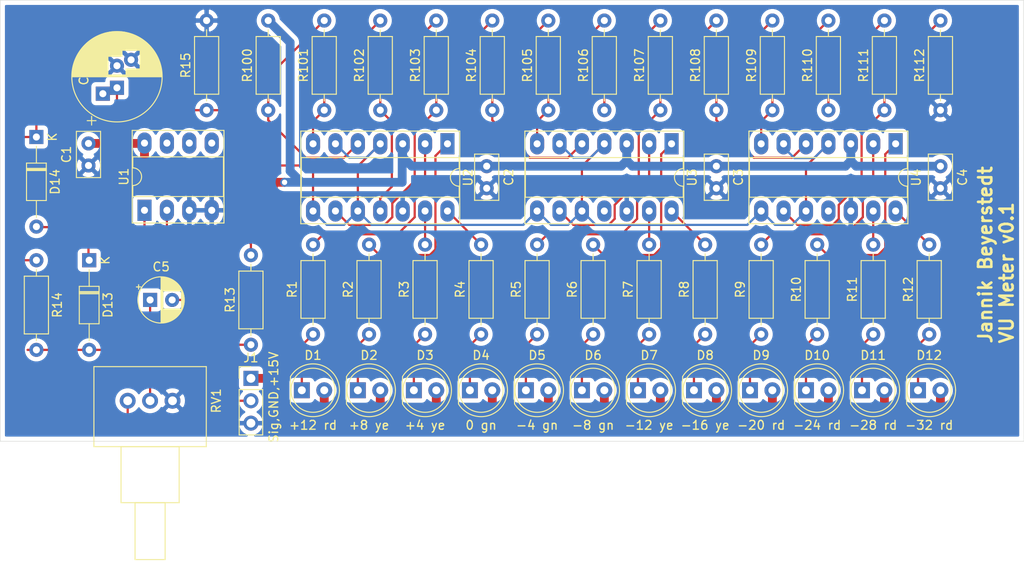
<source format=kicad_pcb>
(kicad_pcb (version 20171130) (host pcbnew "(5.1.7-0-10_14)")
  (title_block (title "VU Meter Module") (date 2020-11-12) (rev v0.1) (company "Jannik Beyerstedt") (comment 1 "Experimentation Prototype"))
  (layers (0 F.Cu signal) (31 B.Cu signal) (34 B.Paste user) (35 F.Paste user) (36 B.SilkS user) (37 F.SilkS user) (38 B.Mask user) (39 F.Mask user) (44 Edge.Cuts user))
  (net 0 "")
  (net 1 +15V)
  (net 2 "Net-(C5-Pad2)")
  (net 3 "Net-(C5-Pad1)")
  (net 4 "Net-(C6-Pad1)")
  (net 5 "Net-(D1-Pad1)")
  (net 6 "Net-(D2-Pad1)")
  (net 7 "Net-(D3-Pad1)")
  (net 8 "Net-(D4-Pad1)")
  (net 9 "Net-(D5-Pad1)")
  (net 10 "Net-(D6-Pad1)")
  (net 11 "Net-(D7-Pad1)")
  (net 12 "Net-(D8-Pad1)")
  (net 13 "Net-(D9-Pad1)")
  (net 14 "Net-(D10-Pad1)")
  (net 15 "Net-(D11-Pad1)")
  (net 16 "Net-(D12-Pad1)")
  (net 17 "Net-(D13-Pad2)")
  (net 18 "Net-(D13-Pad1)")
  (net 19 "Net-(R1-Pad2)")
  (net 20 "Net-(R2-Pad2)")
  (net 21 "Net-(R3-Pad2)")
  (net 22 "Net-(R4-Pad2)")
  (net 23 "Net-(R5-Pad2)")
  (net 24 "Net-(R6-Pad2)")
  (net 25 "Net-(R7-Pad2)")
  (net 26 "Net-(R8-Pad2)")
  (net 27 "Net-(R9-Pad2)")
  (net 28 "Net-(R10-Pad2)")
  (net 29 "Net-(R11-Pad2)")
  (net 30 "Net-(R12-Pad2)")
  (net 31 "Net-(R100-Pad1)")
  (net 32 "Net-(R101-Pad1)")
  (net 33 "Net-(R102-Pad1)")
  (net 34 "Net-(R103-Pad1)")
  (net 35 "Net-(R104-Pad1)")
  (net 36 "Net-(R105-Pad1)")
  (net 37 "Net-(R106-Pad1)")
  (net 38 "Net-(R107-Pad1)")
  (net 39 "Net-(R108-Pad1)")
  (net 40 "Net-(R109-Pad1)")
  (net 41 "Net-(R110-Pad1)")
  (net 42 "Net-(R111-Pad1)")
  (net 43 Line_Input)
  (net 44 GNDREF)
  (module Capacitor_THT:CP_Radial_D10.0mm_P2.50mm_P5.00mm (layer F.Cu) (at 43.235 29.925 90)
    (fp_text reference C6 (at 1.25 -3.75 90) (layer F.SilkS))
    (fp_text value 2.2uF)
    (pad 2 thru_hole circle (at 3.170937 1.6 90) (size 1.6 1.6) (drill 0.8) (layers *.Cu *.Mask) (net 44 GNDREF))
    (pad 1 thru_hole rect (at -0.670937 -1.6 90) (size 1.6 1.6) (drill 0.8) (layers *.Cu *.Mask) (net 4 "Net-(C6-Pad1)"))
    (pad 2 thru_hole circle (at 2.5 0 90) (size 1.6 1.6) (drill 0.8) (layers *.Cu *.Mask) (net 44 GNDREF))
    (pad 1 thru_hole rect (at 0 0 90) (size 1.6 1.6) (drill 0.8) (layers *.Cu *.Mask) (net 4 "Net-(C6-Pad1)"))
  )
  (module Capacitor_THT:CP_Radial_D5.0mm_P2.50mm (layer F.Cu) (at 46.99 53.975)
    (fp_text reference C5 (at 1.25 -3.75) (layer F.SilkS))
    (fp_text value 10uF)
    (pad 2 thru_hole circle (at 2.5 0) (size 1.6 1.6) (drill 0.8) (layers *.Cu *.Mask) (net 2 "Net-(C5-Pad2)"))
    (pad 1 thru_hole rect (at 0 0) (size 1.6 1.6) (drill 0.8) (layers *.Cu *.Mask) (net 3 "Net-(C5-Pad1)"))
  )
  (module Package_DIP:DIP-14_W7.62mm_Socket_LongPads (layer F.Cu) (at 131.5 36.275 270)
    (fp_text reference U4 (at 3.81 -2.33 90) (layer F.SilkS))
    (fp_text value LM339)
    (pad 14 thru_hole oval (at 7.62 0 270) (size 2.4 1.6) (drill 0.8) (layers *.Cu *.Mask) (net 30 "Net-(R12-Pad2)"))
    (pad 7 thru_hole oval (at 0 15.24 270) (size 2.4 1.6) (drill 0.8) (layers *.Cu *.Mask) (net 40 "Net-(R109-Pad1)"))
    (pad 13 thru_hole oval (at 7.62 2.54 270) (size 2.4 1.6) (drill 0.8) (layers *.Cu *.Mask) (net 29 "Net-(R11-Pad2)"))
    (pad 6 thru_hole oval (at 0 12.7 270) (size 2.4 1.6) (drill 0.8) (layers *.Cu *.Mask) (net 4 "Net-(C6-Pad1)"))
    (pad 12 thru_hole oval (at 7.62 5.08 270) (size 2.4 1.6) (drill 0.8) (layers *.Cu *.Mask) (net 44 GNDREF))
    (pad 5 thru_hole oval (at 0 10.16 270) (size 2.4 1.6) (drill 0.8) (layers *.Cu *.Mask) (net 39 "Net-(R108-Pad1)"))
    (pad 11 thru_hole oval (at 7.62 7.62 270) (size 2.4 1.6) (drill 0.8) (layers *.Cu *.Mask) (net 41 "Net-(R110-Pad1)"))
    (pad 4 thru_hole oval (at 0 7.62 270) (size 2.4 1.6) (drill 0.8) (layers *.Cu *.Mask) (net 4 "Net-(C6-Pad1)"))
    (pad 10 thru_hole oval (at 7.62 10.16 270) (size 2.4 1.6) (drill 0.8) (layers *.Cu *.Mask) (net 4 "Net-(C6-Pad1)"))
    (pad 3 thru_hole oval (at 0 5.08 270) (size 2.4 1.6) (drill 0.8) (layers *.Cu *.Mask) (net 1 +15V))
    (pad 9 thru_hole oval (at 7.62 12.7 270) (size 2.4 1.6) (drill 0.8) (layers *.Cu *.Mask) (net 42 "Net-(R111-Pad1)"))
    (pad 2 thru_hole oval (at 0 2.54 270) (size 2.4 1.6) (drill 0.8) (layers *.Cu *.Mask) (net 27 "Net-(R9-Pad2)"))
    (pad 8 thru_hole oval (at 7.62 15.24 270) (size 2.4 1.6) (drill 0.8) (layers *.Cu *.Mask) (net 4 "Net-(C6-Pad1)"))
    (pad 1 thru_hole rect (at 0 0 270) (size 2.4 1.6) (drill 0.8) (layers *.Cu *.Mask) (net 28 "Net-(R10-Pad2)"))
  )
  (module Package_DIP:DIP-14_W7.62mm_Socket_LongPads (layer F.Cu) (at 106.1 36.275 270)
    (fp_text reference U3 (at 3.81 -2.33 90) (layer F.SilkS))
    (fp_text value LM339)
    (pad 14 thru_hole oval (at 7.62 0 270) (size 2.4 1.6) (drill 0.8) (layers *.Cu *.Mask) (net 26 "Net-(R8-Pad2)"))
    (pad 7 thru_hole oval (at 0 15.24 270) (size 2.4 1.6) (drill 0.8) (layers *.Cu *.Mask) (net 36 "Net-(R105-Pad1)"))
    (pad 13 thru_hole oval (at 7.62 2.54 270) (size 2.4 1.6) (drill 0.8) (layers *.Cu *.Mask) (net 25 "Net-(R7-Pad2)"))
    (pad 6 thru_hole oval (at 0 12.7 270) (size 2.4 1.6) (drill 0.8) (layers *.Cu *.Mask) (net 4 "Net-(C6-Pad1)"))
    (pad 12 thru_hole oval (at 7.62 5.08 270) (size 2.4 1.6) (drill 0.8) (layers *.Cu *.Mask) (net 44 GNDREF))
    (pad 5 thru_hole oval (at 0 10.16 270) (size 2.4 1.6) (drill 0.8) (layers *.Cu *.Mask) (net 35 "Net-(R104-Pad1)"))
    (pad 11 thru_hole oval (at 7.62 7.62 270) (size 2.4 1.6) (drill 0.8) (layers *.Cu *.Mask) (net 37 "Net-(R106-Pad1)"))
    (pad 4 thru_hole oval (at 0 7.62 270) (size 2.4 1.6) (drill 0.8) (layers *.Cu *.Mask) (net 4 "Net-(C6-Pad1)"))
    (pad 10 thru_hole oval (at 7.62 10.16 270) (size 2.4 1.6) (drill 0.8) (layers *.Cu *.Mask) (net 4 "Net-(C6-Pad1)"))
    (pad 3 thru_hole oval (at 0 5.08 270) (size 2.4 1.6) (drill 0.8) (layers *.Cu *.Mask) (net 1 +15V))
    (pad 9 thru_hole oval (at 7.62 12.7 270) (size 2.4 1.6) (drill 0.8) (layers *.Cu *.Mask) (net 38 "Net-(R107-Pad1)"))
    (pad 2 thru_hole oval (at 0 2.54 270) (size 2.4 1.6) (drill 0.8) (layers *.Cu *.Mask) (net 23 "Net-(R5-Pad2)"))
    (pad 8 thru_hole oval (at 7.62 15.24 270) (size 2.4 1.6) (drill 0.8) (layers *.Cu *.Mask) (net 4 "Net-(C6-Pad1)"))
    (pad 1 thru_hole rect (at 0 0 270) (size 2.4 1.6) (drill 0.8) (layers *.Cu *.Mask) (net 24 "Net-(R6-Pad2)"))
  )
  (module Connector_PinHeader_2.54mm:PinHeader_1x03_P2.54mm_Vertical (layer F.Cu) (at 58.42 62.865)
    (fp_text reference J1 (at 0 -2.33) (layer F.SilkS))
    (fp_text value Pwr_Signal)
    (pad 3 thru_hole oval (at 0 5.08) (size 1.7 1.7) (drill 1) (layers *.Cu *.Mask) (net 44 GNDREF))
    (pad 2 thru_hole oval (at 0 2.54) (size 1.7 1.7) (drill 1) (layers *.Cu *.Mask) (net 43 Line_Input))
    (pad 1 thru_hole rect (at 0 0) (size 1.7 1.7) (drill 1) (layers *.Cu *.Mask) (net 1 +15V))
  )
  (module Package_DIP:DIP-14_W7.62mm_Socket_LongPads (layer F.Cu) (at 80.7 36.275 270)
    (fp_text reference U2 (at 3.81 -2.33 90) (layer F.SilkS))
    (fp_text value LM339)
    (pad 14 thru_hole oval (at 7.62 0 270) (size 2.4 1.6) (drill 0.8) (layers *.Cu *.Mask) (net 22 "Net-(R4-Pad2)"))
    (pad 7 thru_hole oval (at 0 15.24 270) (size 2.4 1.6) (drill 0.8) (layers *.Cu *.Mask) (net 32 "Net-(R101-Pad1)"))
    (pad 13 thru_hole oval (at 7.62 2.54 270) (size 2.4 1.6) (drill 0.8) (layers *.Cu *.Mask) (net 21 "Net-(R3-Pad2)"))
    (pad 6 thru_hole oval (at 0 12.7 270) (size 2.4 1.6) (drill 0.8) (layers *.Cu *.Mask) (net 4 "Net-(C6-Pad1)"))
    (pad 12 thru_hole oval (at 7.62 5.08 270) (size 2.4 1.6) (drill 0.8) (layers *.Cu *.Mask) (net 44 GNDREF))
    (pad 5 thru_hole oval (at 0 10.16 270) (size 2.4 1.6) (drill 0.8) (layers *.Cu *.Mask) (net 31 "Net-(R100-Pad1)"))
    (pad 11 thru_hole oval (at 7.62 7.62 270) (size 2.4 1.6) (drill 0.8) (layers *.Cu *.Mask) (net 33 "Net-(R102-Pad1)"))
    (pad 4 thru_hole oval (at 0 7.62 270) (size 2.4 1.6) (drill 0.8) (layers *.Cu *.Mask) (net 4 "Net-(C6-Pad1)"))
    (pad 10 thru_hole oval (at 7.62 10.16 270) (size 2.4 1.6) (drill 0.8) (layers *.Cu *.Mask) (net 4 "Net-(C6-Pad1)"))
    (pad 3 thru_hole oval (at 0 5.08 270) (size 2.4 1.6) (drill 0.8) (layers *.Cu *.Mask) (net 1 +15V))
    (pad 9 thru_hole oval (at 7.62 12.7 270) (size 2.4 1.6) (drill 0.8) (layers *.Cu *.Mask) (net 34 "Net-(R103-Pad1)"))
    (pad 2 thru_hole oval (at 0 2.54 270) (size 2.4 1.6) (drill 0.8) (layers *.Cu *.Mask) (net 19 "Net-(R1-Pad2)"))
    (pad 8 thru_hole oval (at 7.62 15.24 270) (size 2.4 1.6) (drill 0.8) (layers *.Cu *.Mask) (net 4 "Net-(C6-Pad1)"))
    (pad 1 thru_hole rect (at 0 0 270) (size 2.4 1.6) (drill 0.8) (layers *.Cu *.Mask) (net 20 "Net-(R2-Pad2)"))
  )
  (module Package_DIP:DIP-8_W7.62mm_Socket_LongPads (layer F.Cu) (at 46.355 43.815 90)
    (fp_text reference U1 (at 3.81 -2.33 90) (layer F.SilkS))
    (fp_text value LM833N)
    (pad 8 thru_hole oval (at 7.62 0 90) (size 2.4 1.6) (drill 0.8) (layers *.Cu *.Mask) (net 1 +15V))
    (pad 4 thru_hole oval (at 0 7.62 90) (size 2.4 1.6) (drill 0.8) (layers *.Cu *.Mask) (net 44 GNDREF))
    (pad 7 thru_hole oval (at 7.62 2.54 90) (size 2.4 1.6) (drill 0.8) (layers *.Cu *.Mask))
    (pad 3 thru_hole oval (at 0 5.08 90) (size 2.4 1.6) (drill 0.8) (layers *.Cu *.Mask) (net 44 GNDREF))
    (pad 6 thru_hole oval (at 7.62 5.08 90) (size 2.4 1.6) (drill 0.8) (layers *.Cu *.Mask))
    (pad 2 thru_hole oval (at 0 2.54 90) (size 2.4 1.6) (drill 0.8) (layers *.Cu *.Mask) (net 17 "Net-(D13-Pad2)"))
    (pad 5 thru_hole oval (at 7.62 7.62 90) (size 2.4 1.6) (drill 0.8) (layers *.Cu *.Mask))
    (pad 1 thru_hole rect (at 0 0 90) (size 2.4 1.6) (drill 0.8) (layers *.Cu *.Mask) (net 18 "Net-(D13-Pad1)"))
  )
  (module Potentiometer_THT:Potentiometer_Vishay_148-149_Single_Horizontal (layer F.Cu) (at 44.45 65.405 270)
    (fp_text reference RV1 (at 0 -10.04 90) (layer F.SilkS))
    (fp_text value 50K)
    (pad 1 thru_hole circle (at 0 0 270) (size 1.8 1.8) (drill 1) (layers *.Cu *.Mask) (net 43 Line_Input))
    (pad 2 thru_hole circle (at 0 -2.54 270) (size 1.8 1.8) (drill 1) (layers *.Cu *.Mask) (net 3 "Net-(C5-Pad1)"))
    (pad 3 thru_hole circle (at 0 -5.08 270) (size 1.8 1.8) (drill 1) (layers *.Cu *.Mask) (net 44 GNDREF))
  )
  (module Resistor_THT:R_Axial_DIN0207_L6.3mm_D2.5mm_P10.16mm_Horizontal (layer F.Cu) (at 136.58 32.465 90)
    (fp_text reference R112 (at 5.08 -2.37 90) (layer F.SilkS))
    (fp_text value 68R)
    (pad 2 thru_hole oval (at 10.16 0 90) (size 1.6 1.6) (drill 0.8) (layers *.Cu *.Mask) (net 42 "Net-(R111-Pad1)"))
    (pad 1 thru_hole circle (at 0 0 90) (size 1.6 1.6) (drill 0.8) (layers *.Cu *.Mask) (net 44 GNDREF))
  )
  (module Resistor_THT:R_Axial_DIN0207_L6.3mm_D2.5mm_P10.16mm_Horizontal (layer F.Cu) (at 130.23 32.465 90)
    (fp_text reference R111 (at 5.08 -2.37 90) (layer F.SilkS))
    (fp_text value 39R)
    (pad 2 thru_hole oval (at 10.16 0 90) (size 1.6 1.6) (drill 0.8) (layers *.Cu *.Mask) (net 41 "Net-(R110-Pad1)"))
    (pad 1 thru_hole circle (at 0 0 90) (size 1.6 1.6) (drill 0.8) (layers *.Cu *.Mask) (net 42 "Net-(R111-Pad1)"))
  )
  (module Resistor_THT:R_Axial_DIN0207_L6.3mm_D2.5mm_P10.16mm_Horizontal (layer F.Cu) (at 123.88 32.465 90)
    (fp_text reference R110 (at 5.08 -2.37 90) (layer F.SilkS))
    (fp_text value 68R)
    (pad 2 thru_hole oval (at 10.16 0 90) (size 1.6 1.6) (drill 0.8) (layers *.Cu *.Mask) (net 40 "Net-(R109-Pad1)"))
    (pad 1 thru_hole circle (at 0 0 90) (size 1.6 1.6) (drill 0.8) (layers *.Cu *.Mask) (net 41 "Net-(R110-Pad1)"))
  )
  (module Resistor_THT:R_Axial_DIN0207_L6.3mm_D2.5mm_P10.16mm_Horizontal (layer F.Cu) (at 117.53 32.465 90)
    (fp_text reference R109 (at 5.08 -2.37 90) (layer F.SilkS))
    (fp_text value 100R)
    (pad 2 thru_hole oval (at 10.16 0 90) (size 1.6 1.6) (drill 0.8) (layers *.Cu *.Mask) (net 39 "Net-(R108-Pad1)"))
    (pad 1 thru_hole circle (at 0 0 90) (size 1.6 1.6) (drill 0.8) (layers *.Cu *.Mask) (net 40 "Net-(R109-Pad1)"))
  )
  (module Resistor_THT:R_Axial_DIN0207_L6.3mm_D2.5mm_P10.16mm_Horizontal (layer F.Cu) (at 111.18 32.465 90)
    (fp_text reference R108 (at 5.08 -2.37 90) (layer F.SilkS))
    (fp_text value 150R)
    (pad 2 thru_hole oval (at 10.16 0 90) (size 1.6 1.6) (drill 0.8) (layers *.Cu *.Mask) (net 38 "Net-(R107-Pad1)"))
    (pad 1 thru_hole circle (at 0 0 90) (size 1.6 1.6) (drill 0.8) (layers *.Cu *.Mask) (net 39 "Net-(R108-Pad1)"))
  )
  (module Resistor_THT:R_Axial_DIN0207_L6.3mm_D2.5mm_P10.16mm_Horizontal (layer F.Cu) (at 104.83 32.465 90)
    (fp_text reference R107 (at 5.08 -2.37 90) (layer F.SilkS))
    (fp_text value 270R)
    (pad 2 thru_hole oval (at 10.16 0 90) (size 1.6 1.6) (drill 0.8) (layers *.Cu *.Mask) (net 37 "Net-(R106-Pad1)"))
    (pad 1 thru_hole circle (at 0 0 90) (size 1.6 1.6) (drill 0.8) (layers *.Cu *.Mask) (net 38 "Net-(R107-Pad1)"))
  )
  (module Resistor_THT:R_Axial_DIN0207_L6.3mm_D2.5mm_P10.16mm_Horizontal (layer F.Cu) (at 98.48 32.465 90)
    (fp_text reference R106 (at 5.08 -2.37 90) (layer F.SilkS))
    (fp_text value 390R)
    (pad 2 thru_hole oval (at 10.16 0 90) (size 1.6 1.6) (drill 0.8) (layers *.Cu *.Mask) (net 36 "Net-(R105-Pad1)"))
    (pad 1 thru_hole circle (at 0 0 90) (size 1.6 1.6) (drill 0.8) (layers *.Cu *.Mask) (net 37 "Net-(R106-Pad1)"))
  )
  (module Resistor_THT:R_Axial_DIN0207_L6.3mm_D2.5mm_P10.16mm_Horizontal (layer F.Cu) (at 92.13 32.465 90)
    (fp_text reference R105 (at 5.08 -2.37 90) (layer F.SilkS))
    (fp_text value 680R)
    (pad 2 thru_hole oval (at 10.16 0 90) (size 1.6 1.6) (drill 0.8) (layers *.Cu *.Mask) (net 35 "Net-(R104-Pad1)"))
    (pad 1 thru_hole circle (at 0 0 90) (size 1.6 1.6) (drill 0.8) (layers *.Cu *.Mask) (net 36 "Net-(R105-Pad1)"))
  )
  (module Resistor_THT:R_Axial_DIN0207_L6.3mm_D2.5mm_P10.16mm_Horizontal (layer F.Cu) (at 85.78 32.465 90)
    (fp_text reference R104 (at 5.08 -2.37 90) (layer F.SilkS))
    (fp_text value 1K)
    (pad 2 thru_hole oval (at 10.16 0 90) (size 1.6 1.6) (drill 0.8) (layers *.Cu *.Mask) (net 34 "Net-(R103-Pad1)"))
    (pad 1 thru_hole circle (at 0 0 90) (size 1.6 1.6) (drill 0.8) (layers *.Cu *.Mask) (net 35 "Net-(R104-Pad1)"))
  )
  (module Resistor_THT:R_Axial_DIN0207_L6.3mm_D2.5mm_P10.16mm_Horizontal (layer F.Cu) (at 79.43 32.465 90)
    (fp_text reference R103 (at 5.08 -2.37 90) (layer F.SilkS))
    (fp_text value 1.5K)
    (pad 2 thru_hole oval (at 10.16 0 90) (size 1.6 1.6) (drill 0.8) (layers *.Cu *.Mask) (net 33 "Net-(R102-Pad1)"))
    (pad 1 thru_hole circle (at 0 0 90) (size 1.6 1.6) (drill 0.8) (layers *.Cu *.Mask) (net 34 "Net-(R103-Pad1)"))
  )
  (module Resistor_THT:R_Axial_DIN0207_L6.3mm_D2.5mm_P10.16mm_Horizontal (layer F.Cu) (at 73.08 32.465 90)
    (fp_text reference R102 (at 5.08 -2.37 90) (layer F.SilkS))
    (fp_text value 2.7K)
    (pad 2 thru_hole oval (at 10.16 0 90) (size 1.6 1.6) (drill 0.8) (layers *.Cu *.Mask) (net 32 "Net-(R101-Pad1)"))
    (pad 1 thru_hole circle (at 0 0 90) (size 1.6 1.6) (drill 0.8) (layers *.Cu *.Mask) (net 33 "Net-(R102-Pad1)"))
  )
  (module Resistor_THT:R_Axial_DIN0207_L6.3mm_D2.5mm_P10.16mm_Horizontal (layer F.Cu) (at 66.73 32.465 90)
    (fp_text reference R101 (at 5.08 -2.37 90) (layer F.SilkS))
    (fp_text value 3.9K)
    (pad 2 thru_hole oval (at 10.16 0 90) (size 1.6 1.6) (drill 0.8) (layers *.Cu *.Mask) (net 31 "Net-(R100-Pad1)"))
    (pad 1 thru_hole circle (at 0 0 90) (size 1.6 1.6) (drill 0.8) (layers *.Cu *.Mask) (net 32 "Net-(R101-Pad1)"))
  )
  (module Resistor_THT:R_Axial_DIN0207_L6.3mm_D2.5mm_P10.16mm_Horizontal (layer F.Cu) (at 60.38 32.465 90)
    (fp_text reference R100 (at 5.08 -2.37 90) (layer F.SilkS))
    (fp_text value 2.7K)
    (pad 2 thru_hole oval (at 10.16 0 90) (size 1.6 1.6) (drill 0.8) (layers *.Cu *.Mask) (net 1 +15V))
    (pad 1 thru_hole circle (at 0 0 90) (size 1.6 1.6) (drill 0.8) (layers *.Cu *.Mask) (net 31 "Net-(R100-Pad1)"))
  )
  (module Resistor_THT:R_Axial_DIN0207_L6.3mm_D2.5mm_P10.16mm_Horizontal (layer F.Cu) (at 53.395 32.465 90)
    (fp_text reference R15 (at 5.08 -2.37 90) (layer F.SilkS))
    (fp_text value 10K)
    (pad 2 thru_hole oval (at 10.16 0 90) (size 1.6 1.6) (drill 0.8) (layers *.Cu *.Mask) (net 44 GNDREF))
    (pad 1 thru_hole circle (at 0 0 90) (size 1.6 1.6) (drill 0.8) (layers *.Cu *.Mask) (net 4 "Net-(C6-Pad1)"))
  )
  (module Resistor_THT:R_Axial_DIN0207_L6.3mm_D2.5mm_P10.16mm_Horizontal (layer F.Cu) (at 34.1 49.475 270)
    (fp_text reference R14 (at 5.08 -2.37 90) (layer F.SilkS))
    (fp_text value 3.9K)
    (pad 2 thru_hole oval (at 10.16 0 270) (size 1.6 1.6) (drill 0.8) (layers *.Cu *.Mask) (net 17 "Net-(D13-Pad2)"))
    (pad 1 thru_hole circle (at 0 0 270) (size 1.6 1.6) (drill 0.8) (layers *.Cu *.Mask) (net 4 "Net-(C6-Pad1)"))
  )
  (module Resistor_THT:R_Axial_DIN0207_L6.3mm_D2.5mm_P10.16mm_Horizontal (layer F.Cu) (at 58.42 59.055 90)
    (fp_text reference R13 (at 5.08 -2.37 90) (layer F.SilkS))
    (fp_text value 1K)
    (pad 2 thru_hole oval (at 10.16 0 90) (size 1.6 1.6) (drill 0.8) (layers *.Cu *.Mask) (net 17 "Net-(D13-Pad2)"))
    (pad 1 thru_hole circle (at 0 0 90) (size 1.6 1.6) (drill 0.8) (layers *.Cu *.Mask) (net 2 "Net-(C5-Pad2)"))
  )
  (module Resistor_THT:R_Axial_DIN0207_L6.3mm_D2.5mm_P10.16mm_Horizontal (layer F.Cu) (at 135.31 57.865 90)
    (fp_text reference R12 (at 5.08 -2.37 90) (layer F.SilkS))
    (fp_text value R)
    (pad 2 thru_hole oval (at 10.16 0 90) (size 1.6 1.6) (drill 0.8) (layers *.Cu *.Mask) (net 30 "Net-(R12-Pad2)"))
    (pad 1 thru_hole circle (at 0 0 90) (size 1.6 1.6) (drill 0.8) (layers *.Cu *.Mask) (net 16 "Net-(D12-Pad1)"))
  )
  (module Resistor_THT:R_Axial_DIN0207_L6.3mm_D2.5mm_P10.16mm_Horizontal (layer F.Cu) (at 128.96 57.865 90)
    (fp_text reference R11 (at 5.08 -2.37 90) (layer F.SilkS))
    (fp_text value R)
    (pad 2 thru_hole oval (at 10.16 0 90) (size 1.6 1.6) (drill 0.8) (layers *.Cu *.Mask) (net 29 "Net-(R11-Pad2)"))
    (pad 1 thru_hole circle (at 0 0 90) (size 1.6 1.6) (drill 0.8) (layers *.Cu *.Mask) (net 15 "Net-(D11-Pad1)"))
  )
  (module Resistor_THT:R_Axial_DIN0207_L6.3mm_D2.5mm_P10.16mm_Horizontal (layer F.Cu) (at 122.61 57.865 90)
    (fp_text reference R10 (at 5.08 -2.37 90) (layer F.SilkS))
    (fp_text value R)
    (pad 2 thru_hole oval (at 10.16 0 90) (size 1.6 1.6) (drill 0.8) (layers *.Cu *.Mask) (net 28 "Net-(R10-Pad2)"))
    (pad 1 thru_hole circle (at 0 0 90) (size 1.6 1.6) (drill 0.8) (layers *.Cu *.Mask) (net 14 "Net-(D10-Pad1)"))
  )
  (module Resistor_THT:R_Axial_DIN0207_L6.3mm_D2.5mm_P10.16mm_Horizontal (layer F.Cu) (at 116.26 57.865 90)
    (fp_text reference R9 (at 5.08 -2.37 90) (layer F.SilkS))
    (fp_text value R)
    (pad 2 thru_hole oval (at 10.16 0 90) (size 1.6 1.6) (drill 0.8) (layers *.Cu *.Mask) (net 27 "Net-(R9-Pad2)"))
    (pad 1 thru_hole circle (at 0 0 90) (size 1.6 1.6) (drill 0.8) (layers *.Cu *.Mask) (net 13 "Net-(D9-Pad1)"))
  )
  (module Resistor_THT:R_Axial_DIN0207_L6.3mm_D2.5mm_P10.16mm_Horizontal (layer F.Cu) (at 109.91 57.865 90)
    (fp_text reference R8 (at 5.08 -2.37 90) (layer F.SilkS))
    (fp_text value R)
    (pad 2 thru_hole oval (at 10.16 0 90) (size 1.6 1.6) (drill 0.8) (layers *.Cu *.Mask) (net 26 "Net-(R8-Pad2)"))
    (pad 1 thru_hole circle (at 0 0 90) (size 1.6 1.6) (drill 0.8) (layers *.Cu *.Mask) (net 12 "Net-(D8-Pad1)"))
  )
  (module Resistor_THT:R_Axial_DIN0207_L6.3mm_D2.5mm_P10.16mm_Horizontal (layer F.Cu) (at 103.56 57.865 90)
    (fp_text reference R7 (at 5.08 -2.37 90) (layer F.SilkS))
    (fp_text value R)
    (pad 2 thru_hole oval (at 10.16 0 90) (size 1.6 1.6) (drill 0.8) (layers *.Cu *.Mask) (net 25 "Net-(R7-Pad2)"))
    (pad 1 thru_hole circle (at 0 0 90) (size 1.6 1.6) (drill 0.8) (layers *.Cu *.Mask) (net 11 "Net-(D7-Pad1)"))
  )
  (module Resistor_THT:R_Axial_DIN0207_L6.3mm_D2.5mm_P10.16mm_Horizontal (layer F.Cu) (at 97.21 57.865 90)
    (fp_text reference R6 (at 5.08 -2.37 90) (layer F.SilkS))
    (fp_text value R)
    (pad 2 thru_hole oval (at 10.16 0 90) (size 1.6 1.6) (drill 0.8) (layers *.Cu *.Mask) (net 24 "Net-(R6-Pad2)"))
    (pad 1 thru_hole circle (at 0 0 90) (size 1.6 1.6) (drill 0.8) (layers *.Cu *.Mask) (net 10 "Net-(D6-Pad1)"))
  )
  (module Resistor_THT:R_Axial_DIN0207_L6.3mm_D2.5mm_P10.16mm_Horizontal (layer F.Cu) (at 90.86 57.865 90)
    (fp_text reference R5 (at 5.08 -2.37 90) (layer F.SilkS))
    (fp_text value R)
    (pad 2 thru_hole oval (at 10.16 0 90) (size 1.6 1.6) (drill 0.8) (layers *.Cu *.Mask) (net 23 "Net-(R5-Pad2)"))
    (pad 1 thru_hole circle (at 0 0 90) (size 1.6 1.6) (drill 0.8) (layers *.Cu *.Mask) (net 9 "Net-(D5-Pad1)"))
  )
  (module Resistor_THT:R_Axial_DIN0207_L6.3mm_D2.5mm_P10.16mm_Horizontal (layer F.Cu) (at 84.51 57.865 90)
    (fp_text reference R4 (at 5.08 -2.37 90) (layer F.SilkS))
    (fp_text value R)
    (pad 2 thru_hole oval (at 10.16 0 90) (size 1.6 1.6) (drill 0.8) (layers *.Cu *.Mask) (net 22 "Net-(R4-Pad2)"))
    (pad 1 thru_hole circle (at 0 0 90) (size 1.6 1.6) (drill 0.8) (layers *.Cu *.Mask) (net 8 "Net-(D4-Pad1)"))
  )
  (module Resistor_THT:R_Axial_DIN0207_L6.3mm_D2.5mm_P10.16mm_Horizontal (layer F.Cu) (at 78.16 57.865 90)
    (fp_text reference R3 (at 5.08 -2.37 90) (layer F.SilkS))
    (fp_text value R)
    (pad 2 thru_hole oval (at 10.16 0 90) (size 1.6 1.6) (drill 0.8) (layers *.Cu *.Mask) (net 21 "Net-(R3-Pad2)"))
    (pad 1 thru_hole circle (at 0 0 90) (size 1.6 1.6) (drill 0.8) (layers *.Cu *.Mask) (net 7 "Net-(D3-Pad1)"))
  )
  (module Resistor_THT:R_Axial_DIN0207_L6.3mm_D2.5mm_P10.16mm_Horizontal (layer F.Cu) (at 71.81 57.865 90)
    (fp_text reference R2 (at 5.08 -2.37 90) (layer F.SilkS))
    (fp_text value R)
    (pad 2 thru_hole oval (at 10.16 0 90) (size 1.6 1.6) (drill 0.8) (layers *.Cu *.Mask) (net 20 "Net-(R2-Pad2)"))
    (pad 1 thru_hole circle (at 0 0 90) (size 1.6 1.6) (drill 0.8) (layers *.Cu *.Mask) (net 6 "Net-(D2-Pad1)"))
  )
  (module Resistor_THT:R_Axial_DIN0207_L6.3mm_D2.5mm_P10.16mm_Horizontal (layer F.Cu) (at 65.46 57.865 90)
    (fp_text reference R1 (at 5.08 -2.37 90) (layer F.SilkS))
    (fp_text value R)
    (pad 2 thru_hole oval (at 10.16 0 90) (size 1.6 1.6) (drill 0.8) (layers *.Cu *.Mask) (net 19 "Net-(R1-Pad2)"))
    (pad 1 thru_hole circle (at 0 0 90) (size 1.6 1.6) (drill 0.8) (layers *.Cu *.Mask) (net 5 "Net-(D1-Pad1)"))
  )
  (module Diode_THT:D_DO-35_SOD27_P10.16mm_Horizontal (layer F.Cu) (at 34.1 35.505 270)
    (fp_text reference D14 (at 5.08 -2.12 90) (layer F.SilkS))
    (fp_text value 1N4148)
    (fp_text user K (at 0 -1.8 90) (layer F.SilkS))
    (pad 2 thru_hole oval (at 10.16 0 270) (size 1.6 1.6) (drill 0.8) (layers *.Cu *.Mask) (net 18 "Net-(D13-Pad1)"))
    (pad 1 thru_hole rect (at 0 0 270) (size 1.6 1.6) (drill 0.8) (layers *.Cu *.Mask) (net 4 "Net-(C6-Pad1)"))
  )
  (module Diode_THT:D_DO-35_SOD27_P10.16mm_Horizontal (layer F.Cu) (at 40.085 49.475 270)
    (fp_text reference D13 (at 5.08 -2.12 90) (layer F.SilkS))
    (fp_text value 1N4148)
    (fp_text user K (at 0 -1.8 90) (layer F.SilkS))
    (pad 2 thru_hole oval (at 10.16 0 270) (size 1.6 1.6) (drill 0.8) (layers *.Cu *.Mask) (net 17 "Net-(D13-Pad2)"))
    (pad 1 thru_hole rect (at 0 0 270) (size 1.6 1.6) (drill 0.8) (layers *.Cu *.Mask) (net 18 "Net-(D13-Pad1)"))
  )
  (module LED_THT:LED_D5.0mm (layer F.Cu) (at 134.04 64.215)
    (fp_text reference D12 (at 1.27 -3.96) (layer F.SilkS))
    (fp_text value "-32 rd" (at 1.27 3.96) (layer F.SilkS))
    (pad 2 thru_hole circle (at 2.54 0) (size 1.8 1.8) (drill 0.9) (layers *.Cu *.Mask) (net 1 +15V))
    (pad 1 thru_hole rect (at 0 0) (size 1.8 1.8) (drill 0.9) (layers *.Cu *.Mask) (net 16 "Net-(D12-Pad1)"))
  )
  (module LED_THT:LED_D5.0mm (layer F.Cu) (at 127.69 64.215)
    (fp_text reference D11 (at 1.27 -3.96) (layer F.SilkS))
    (fp_text value "-28 rd" (at 1.27 3.96) (layer F.SilkS))
    (pad 2 thru_hole circle (at 2.54 0) (size 1.8 1.8) (drill 0.9) (layers *.Cu *.Mask) (net 1 +15V))
    (pad 1 thru_hole rect (at 0 0) (size 1.8 1.8) (drill 0.9) (layers *.Cu *.Mask) (net 15 "Net-(D11-Pad1)"))
  )
  (module LED_THT:LED_D5.0mm (layer F.Cu) (at 121.34 64.215)
    (fp_text reference D10 (at 1.27 -3.96) (layer F.SilkS))
    (fp_text value "-24 rd" (at 1.27 3.96) (layer F.SilkS))
    (pad 2 thru_hole circle (at 2.54 0) (size 1.8 1.8) (drill 0.9) (layers *.Cu *.Mask) (net 1 +15V))
    (pad 1 thru_hole rect (at 0 0) (size 1.8 1.8) (drill 0.9) (layers *.Cu *.Mask) (net 14 "Net-(D10-Pad1)"))
  )
  (module LED_THT:LED_D5.0mm (layer F.Cu) (at 114.99 64.215)
    (fp_text reference D9 (at 1.27 -3.96) (layer F.SilkS))
    (fp_text value "-20 rd" (at 1.27 3.96) (layer F.SilkS))
    (pad 2 thru_hole circle (at 2.54 0) (size 1.8 1.8) (drill 0.9) (layers *.Cu *.Mask) (net 1 +15V))
    (pad 1 thru_hole rect (at 0 0) (size 1.8 1.8) (drill 0.9) (layers *.Cu *.Mask) (net 13 "Net-(D9-Pad1)"))
  )
  (module LED_THT:LED_D5.0mm (layer F.Cu) (at 108.64 64.215)
    (fp_text reference D8 (at 1.27 -3.96) (layer F.SilkS))
    (fp_text value "-16 ye" (at 1.27 3.96) (layer F.SilkS))
    (pad 2 thru_hole circle (at 2.54 0) (size 1.8 1.8) (drill 0.9) (layers *.Cu *.Mask) (net 1 +15V))
    (pad 1 thru_hole rect (at 0 0) (size 1.8 1.8) (drill 0.9) (layers *.Cu *.Mask) (net 12 "Net-(D8-Pad1)"))
  )
  (module LED_THT:LED_D5.0mm (layer F.Cu) (at 102.29 64.215)
    (fp_text reference D7 (at 1.27 -3.96) (layer F.SilkS))
    (fp_text value "-12 ye" (at 1.27 3.96) (layer F.SilkS))
    (pad 2 thru_hole circle (at 2.54 0) (size 1.8 1.8) (drill 0.9) (layers *.Cu *.Mask) (net 1 +15V))
    (pad 1 thru_hole rect (at 0 0) (size 1.8 1.8) (drill 0.9) (layers *.Cu *.Mask) (net 11 "Net-(D7-Pad1)"))
  )
  (module LED_THT:LED_D5.0mm (layer F.Cu) (at 95.94 64.215)
    (fp_text reference D6 (at 1.27 -3.96) (layer F.SilkS))
    (fp_text value "-8 gn" (at 1.27 3.96) (layer F.SilkS))
    (pad 2 thru_hole circle (at 2.54 0) (size 1.8 1.8) (drill 0.9) (layers *.Cu *.Mask) (net 1 +15V))
    (pad 1 thru_hole rect (at 0 0) (size 1.8 1.8) (drill 0.9) (layers *.Cu *.Mask) (net 10 "Net-(D6-Pad1)"))
  )
  (module LED_THT:LED_D5.0mm (layer F.Cu) (at 89.59 64.215)
    (fp_text reference D5 (at 1.27 -3.96) (layer F.SilkS))
    (fp_text value "-4 gn" (at 1.27 3.96) (layer F.SilkS))
    (pad 2 thru_hole circle (at 2.54 0) (size 1.8 1.8) (drill 0.9) (layers *.Cu *.Mask) (net 1 +15V))
    (pad 1 thru_hole rect (at 0 0) (size 1.8 1.8) (drill 0.9) (layers *.Cu *.Mask) (net 9 "Net-(D5-Pad1)"))
  )
  (module LED_THT:LED_D5.0mm (layer F.Cu) (at 83.24 64.215)
    (fp_text reference D4 (at 1.27 -3.96) (layer F.SilkS))
    (fp_text value "0 gn" (at 1.27 3.96) (layer F.SilkS))
    (pad 2 thru_hole circle (at 2.54 0) (size 1.8 1.8) (drill 0.9) (layers *.Cu *.Mask) (net 1 +15V))
    (pad 1 thru_hole rect (at 0 0) (size 1.8 1.8) (drill 0.9) (layers *.Cu *.Mask) (net 8 "Net-(D4-Pad1)"))
  )
  (module LED_THT:LED_D5.0mm (layer F.Cu) (at 76.89 64.215)
    (fp_text reference D3 (at 1.27 -3.96) (layer F.SilkS))
    (fp_text value "+4 ye" (at 1.27 3.96) (layer F.SilkS))
    (pad 2 thru_hole circle (at 2.54 0) (size 1.8 1.8) (drill 0.9) (layers *.Cu *.Mask) (net 1 +15V))
    (pad 1 thru_hole rect (at 0 0) (size 1.8 1.8) (drill 0.9) (layers *.Cu *.Mask) (net 7 "Net-(D3-Pad1)"))
  )
  (module LED_THT:LED_D5.0mm (layer F.Cu) (at 70.54 64.215)
    (fp_text reference D2 (at 1.27 -3.96) (layer F.SilkS))
    (fp_text value "+8 ye" (at 1.27 3.96) (layer F.SilkS))
    (pad 2 thru_hole circle (at 2.54 0) (size 1.8 1.8) (drill 0.9) (layers *.Cu *.Mask) (net 1 +15V))
    (pad 1 thru_hole rect (at 0 0) (size 1.8 1.8) (drill 0.9) (layers *.Cu *.Mask) (net 6 "Net-(D2-Pad1)"))
  )
  (module LED_THT:LED_D5.0mm (layer F.Cu) (at 64.19 64.215)
    (fp_text reference D1 (at 1.27 -3.96) (layer F.SilkS))
    (fp_text value "+12 rd" (at 1.27 3.96) (layer F.SilkS))
    (pad 2 thru_hole circle (at 2.54 0) (size 1.8 1.8) (drill 0.9) (layers *.Cu *.Mask) (net 1 +15V))
    (pad 1 thru_hole rect (at 0 0) (size 1.8 1.8) (drill 0.9) (layers *.Cu *.Mask) (net 5 "Net-(D1-Pad1)"))
  )
  (module Capacitor_THT:C_Disc_D5.0mm_W2.5mm_P2.50mm (layer F.Cu) (at 136.58 38.815 270)
    (fp_text reference C4 (at 1.25 -2.5 90) (layer F.SilkS))
    (fp_text value 100nF)
    (pad 2 thru_hole circle (at 2.5 0 270) (size 1.6 1.6) (drill 0.8) (layers *.Cu *.Mask) (net 44 GNDREF))
    (pad 1 thru_hole circle (at 0 0 270) (size 1.6 1.6) (drill 0.8) (layers *.Cu *.Mask) (net 1 +15V))
  )
  (module Capacitor_THT:C_Disc_D5.0mm_W2.5mm_P2.50mm (layer F.Cu) (at 111.18 38.815 270)
    (fp_text reference C3 (at 1.25 -2.5 90) (layer F.SilkS))
    (fp_text value 100nF)
    (pad 2 thru_hole circle (at 2.5 0 270) (size 1.6 1.6) (drill 0.8) (layers *.Cu *.Mask) (net 44 GNDREF))
    (pad 1 thru_hole circle (at 0 0 270) (size 1.6 1.6) (drill 0.8) (layers *.Cu *.Mask) (net 1 +15V))
  )
  (module Capacitor_THT:C_Disc_D5.0mm_W2.5mm_P2.50mm (layer F.Cu) (at 85.145 38.815 270)
    (fp_text reference C2 (at 1.25 -2.5 90) (layer F.SilkS))
    (fp_text value 100nF)
    (pad 2 thru_hole circle (at 2.5 0 270) (size 1.6 1.6) (drill 0.8) (layers *.Cu *.Mask) (net 44 GNDREF))
    (pad 1 thru_hole circle (at 0 0 270) (size 1.6 1.6) (drill 0.8) (layers *.Cu *.Mask) (net 1 +15V))
  )
  (module Capacitor_THT:C_Disc_D5.0mm_W2.5mm_P2.50mm (layer F.Cu) (at 40.005 38.735 90)
    (fp_text reference C1 (at 1.25 -2.5 90) (layer F.SilkS))
    (fp_text value 100nF)
    (pad 2 thru_hole circle (at 2.5 0 90) (size 1.6 1.6) (drill 0.8) (layers *.Cu *.Mask) (net 1 +15V))
    (pad 1 thru_hole circle (at 0 0 90) (size 1.6 1.6) (drill 0.8) (layers *.Cu *.Mask) (net 44 GNDREF))
  )
  (gr_text Sig,GND,+15V (at 61 65 90) (layer F.SilkS) (effects (font (size 1 1))))
  (gr_text "Jannik Beyerstedt\nVU Meter v0.1" (at 142.875 59.055 90) (layer F.SilkS) (effects (font (size 1.5 1.5) (thickness 0.3)) (justify left)))
  (gr_line (start 146 20) (end 30 20) (layer Edge.Cuts) (width 0.05))
  (gr_line (start 146.05 70) (end 146 20) (layer Edge.Cuts) (width 0.05))
  (gr_line (start 30 20) (end 30 70) (layer Edge.Cuts) (width 0.05))
  (gr_line (start 146.05 70) (end 30 70) (layer Edge.Cuts) (width 0.05))
  (segment (start 136.58 66.755) (end 136.58 64.215) (width 1) (layer F.Cu) (net 1))
  (segment (start 130.23 66.755) (end 136.58 66.755) (width 1) (layer F.Cu) (net 1))
  (segment (start 130.23 64.215) (end 130.23 66.755) (width 1) (layer F.Cu) (net 1))
  (segment (start 123.88 64.215) (end 123.88 66.755) (width 1) (layer F.Cu) (net 1))
  (segment (start 123.88 66.755) (end 130.23 66.755) (width 1) (layer F.Cu) (net 1))
  (segment (start 117.53 64.215) (end 117.53 66.755) (width 1) (layer F.Cu) (net 1))
  (segment (start 117.53 66.755) (end 123.88 66.755) (width 1) (layer F.Cu) (net 1))
  (segment (start 111.18 64.215) (end 111.18 66.755) (width 1) (layer F.Cu) (net 1))
  (segment (start 111.18 66.755) (end 117.53 66.755) (width 1) (layer F.Cu) (net 1))
  (segment (start 104.83 66.755) (end 111.18 66.755) (width 1) (layer F.Cu) (net 1))
  (segment (start 104.83 64.215) (end 104.83 66.755) (width 1) (layer F.Cu) (net 1))
  (segment (start 98.48 64.215) (end 98.48 66.755) (width 1) (layer F.Cu) (net 1))
  (segment (start 98.48 66.755) (end 104.83 66.755) (width 1) (layer F.Cu) (net 1))
  (segment (start 92.13 64.215) (end 92.13 66.755) (width 1) (layer F.Cu) (net 1))
  (segment (start 92.13 66.755) (end 98.48 66.755) (width 1) (layer F.Cu) (net 1))
  (segment (start 85.78 64.215) (end 85.78 66.12) (width 1) (layer F.Cu) (net 1))
  (segment (start 85.78 66.12) (end 85.78 66.755) (width 1) (layer F.Cu) (net 1))
  (segment (start 85.78 66.755) (end 92.13 66.755) (width 1) (layer F.Cu) (net 1))
  (segment (start 79.43 64.215) (end 79.43 66.755) (width 1) (layer F.Cu) (net 1))
  (segment (start 79.43 66.755) (end 85.78 66.755) (width 1) (layer F.Cu) (net 1))
  (segment (start 73.08 64.215) (end 73.08 66.755) (width 1) (layer F.Cu) (net 1))
  (segment (start 73.08 66.755) (end 79.43 66.755) (width 1) (layer F.Cu) (net 1))
  (segment (start 66.73 64.215) (end 66.73 66.755) (width 1) (layer F.Cu) (net 1))
  (segment (start 66.73 66.755) (end 73.08 66.755) (width 1) (layer F.Cu) (net 1))
  (segment (start 85.145 38.815) (end 76.655 38.815) (width 1) (layer B.Cu) (net 1))
  (segment (start 75.62 37.78) (end 75.62 36.275) (width 1) (layer B.Cu) (net 1))
  (segment (start 111.18 38.815) (end 101.655 38.815) (width 1) (layer B.Cu) (net 1))
  (segment (start 136.58 38.815) (end 127.025 38.815) (width 1) (layer B.Cu) (net 1))
  (segment (start 126.42 38.21) (end 126.42 36.275) (width 1) (layer B.Cu) (net 1))
  (segment (start 127.025 38.815) (end 126.42 38.21) (width 1) (layer B.Cu) (net 1))
  (segment (start 85.145 38.815) (end 100.385 38.815) (width 1) (layer B.Cu) (net 1))
  (segment (start 125.815 38.815) (end 126.42 38.21) (width 1) (layer B.Cu) (net 1))
  (segment (start 111.18 38.815) (end 125.815 38.815) (width 1) (layer B.Cu) (net 1))
  (segment (start 63.669998 66.755) (end 66.73 66.755) (width 1) (layer F.Cu) (net 1))
  (segment (start 76.3875 38.5475) (end 75.62 37.78) (width 1) (layer B.Cu) (net 1))
  (segment (start 76.655 38.815) (end 76.3875 38.5475) (width 1) (layer B.Cu) (net 1))
  (segment (start 46.315 36.235) (end 46.355 36.195) (width 1) (layer F.Cu) (net 1))
  (segment (start 40.005 36.235) (end 46.315 36.235) (width 1) (layer F.Cu) (net 1))
  (segment (start 46.355 40.005) (end 46.99 40.64) (width 1) (layer F.Cu) (net 1))
  (segment (start 62.23 40.64) (end 62.23 40.64) (width 1) (layer F.Cu) (net 1))
  (via (at 62.23 40.64) (size 0.8) (drill 0.6) (layers F.Cu B.Cu) (net 1))
  (segment (start 58.42 62.865) (end 60.96 62.865) (width 1) (layer F.Cu) (net 1))
  (segment (start 60.96 62.865) (end 60.96 66.04) (width 1) (layer F.Cu) (net 1))
  (segment (start 61.675 66.755) (end 63.669998 66.755) (width 1) (layer F.Cu) (net 1))
  (segment (start 60.96 66.04) (end 61.675 66.755) (width 1) (layer F.Cu) (net 1))
  (segment (start 60.96 40.64) (end 62.23 40.64) (width 1) (layer F.Cu) (net 1))
  (segment (start 46.99 40.64) (end 60.96 40.64) (width 1) (layer F.Cu) (net 1))
  (segment (start 46.355 36.195) (end 46.355 40.005) (width 1) (layer F.Cu) (net 1))
  (segment (start 75.565 36.33) (end 75.62 36.275) (width 1) (layer B.Cu) (net 1))
  (segment (start 75.565 40.64) (end 75.565 36.33) (width 1) (layer B.Cu) (net 1))
  (segment (start 62.865 39.37) (end 64.135 40.64) (width 1) (layer B.Cu) (net 1))
  (segment (start 62.865 24.79) (end 62.865 39.37) (width 1) (layer B.Cu) (net 1))
  (segment (start 60.38 22.305) (end 62.865 24.79) (width 1) (layer B.Cu) (net 1))
  (segment (start 64.135 40.64) (end 75.565 40.64) (width 1) (layer B.Cu) (net 1))
  (segment (start 62.23 40.64) (end 64.135 40.64) (width 1) (layer B.Cu) (net 1))
  (segment (start 60.96 62.865) (end 60.96 40.64) (width 1) (layer F.Cu) (net 1))
  (segment (start 100.385 38.815) (end 101.02 38.18) (width 1) (layer B.Cu) (net 1))
  (segment (start 101.02 38.18) (end 101.02 36.275) (width 1) (layer B.Cu) (net 1))
  (segment (start 101.655 38.815) (end 101.02 38.18) (width 1) (layer B.Cu) (net 1))
  (segment (start 57.07 59.055) (end 58.42 59.055) (width 0.25) (layer F.Cu) (net 2))
  (segment (start 51.99 53.975) (end 57.07 59.055) (width 0.25) (layer F.Cu) (net 2))
  (segment (start 49.49 53.975) (end 51.975 53.975) (width 0.25) (layer F.Cu) (net 2))
  (segment (start 46.99 53.975) (end 46.99 65.405) (width 0.25) (layer F.Cu) (net 3))
  (segment (start 89.33499 45.42001) (end 90.86 43.895) (width 0.25) (layer B.Cu) (net 4))
  (segment (start 70.54 38.815) (end 73.08 36.275) (width 0.25) (layer F.Cu) (net 4))
  (segment (start 70.54 43.895) (end 70.54 38.815) (width 0.25) (layer F.Cu) (net 4))
  (segment (start 34.1 49.475) (end 31.695 49.475) (width 0.25) (layer F.Cu) (net 4))
  (segment (start 31.695 49.475) (end 31.115 48.895) (width 0.25) (layer F.Cu) (net 4))
  (segment (start 31.115 48.895) (end 31.115 36.195) (width 0.25) (layer F.Cu) (net 4))
  (segment (start 31.805 35.505) (end 34.1 35.505) (width 0.25) (layer F.Cu) (net 4))
  (segment (start 31.115 36.195) (end 31.805 35.505) (width 0.25) (layer F.Cu) (net 4))
  (segment (start 53.395 32.465) (end 43.26 32.465) (width 0.25) (layer F.Cu) (net 4))
  (segment (start 43.235 32.44) (end 43.235 29.925) (width 0.25) (layer F.Cu) (net 4))
  (segment (start 43.26 32.465) (end 43.235 32.44) (width 0.25) (layer F.Cu) (net 4))
  (segment (start 43.26 32.465) (end 35.48 32.465) (width 0.25) (layer F.Cu) (net 4))
  (segment (start 34.1 33.845) (end 34.1 36.14) (width 0.25) (layer F.Cu) (net 4))
  (segment (start 35.48 32.465) (end 34.1 33.845) (width 0.25) (layer F.Cu) (net 4))
  (segment (start 65.46 39.425) (end 65.46 43.895) (width 0.25) (layer F.Cu) (net 4))
  (segment (start 58.42 38.735) (end 64.77 38.735) (width 0.25) (layer F.Cu) (net 4))
  (segment (start 53.395 32.465) (end 56.435 32.465) (width 0.25) (layer F.Cu) (net 4))
  (segment (start 57.15 37.465) (end 58.42 38.735) (width 0.25) (layer F.Cu) (net 4))
  (segment (start 64.77 38.735) (end 65.46 39.425) (width 0.25) (layer F.Cu) (net 4))
  (segment (start 57.15 33.18) (end 57.15 37.465) (width 0.25) (layer F.Cu) (net 4))
  (segment (start 56.435 32.465) (end 57.15 33.18) (width 0.25) (layer F.Cu) (net 4))
  (segment (start 71.50499 37.85001) (end 73.08 36.275) (width 0.25) (layer B.Cu) (net 4))
  (segment (start 69.57501 37.85001) (end 71.50499 37.85001) (width 0.25) (layer B.Cu) (net 4))
  (segment (start 68 36.275) (end 69.57501 37.85001) (width 0.25) (layer B.Cu) (net 4))
  (segment (start 68.96499 45.47001) (end 70.54 43.895) (width 0.25) (layer B.Cu) (net 4))
  (segment (start 67.03501 45.47001) (end 68.96499 45.47001) (width 0.25) (layer B.Cu) (net 4))
  (segment (start 65.46 43.895) (end 67.03501 45.47001) (width 0.25) (layer B.Cu) (net 4))
  (segment (start 72.11501 45.47001) (end 89.28499 45.47001) (width 0.25) (layer B.Cu) (net 4))
  (segment (start 89.28499 45.47001) (end 89.33499 45.42001) (width 0.25) (layer B.Cu) (net 4))
  (segment (start 70.54 43.895) (end 72.11501 45.47001) (width 0.25) (layer B.Cu) (net 4))
  (segment (start 92.43501 45.47001) (end 94.36499 45.47001) (width 0.25) (layer B.Cu) (net 4))
  (segment (start 94.36499 45.47001) (end 95.94 43.895) (width 0.25) (layer B.Cu) (net 4))
  (segment (start 90.86 43.895) (end 92.43501 45.47001) (width 0.25) (layer B.Cu) (net 4))
  (segment (start 97.51501 45.47001) (end 114.68499 45.47001) (width 0.25) (layer B.Cu) (net 4))
  (segment (start 95.94 43.895) (end 97.51501 45.47001) (width 0.25) (layer B.Cu) (net 4))
  (segment (start 96.90499 37.85001) (end 98.48 36.275) (width 0.25) (layer B.Cu) (net 4))
  (segment (start 94.97501 37.85001) (end 96.90499 37.85001) (width 0.25) (layer B.Cu) (net 4))
  (segment (start 93.4 36.275) (end 94.97501 37.85001) (width 0.25) (layer B.Cu) (net 4))
  (segment (start 95.94 38.815) (end 98.48 36.275) (width 0.25) (layer F.Cu) (net 4))
  (segment (start 95.94 43.895) (end 95.94 38.815) (width 0.25) (layer F.Cu) (net 4))
  (segment (start 121.34 38.815) (end 123.88 36.275) (width 0.25) (layer F.Cu) (net 4))
  (segment (start 121.34 43.895) (end 121.34 38.815) (width 0.25) (layer F.Cu) (net 4))
  (segment (start 114.68499 45.47001) (end 116.26 43.895) (width 0.25) (layer B.Cu) (net 4))
  (segment (start 119.76499 45.47001) (end 121.34 43.895) (width 0.25) (layer B.Cu) (net 4))
  (segment (start 117.83501 45.47001) (end 119.76499 45.47001) (width 0.25) (layer B.Cu) (net 4))
  (segment (start 116.26 43.895) (end 117.83501 45.47001) (width 0.25) (layer B.Cu) (net 4))
  (segment (start 122.26501 37.88999) (end 123.88 36.275) (width 0.25) (layer B.Cu) (net 4))
  (segment (start 118.8 36.675) (end 120.01499 37.88999) (width 0.25) (layer B.Cu) (net 4))
  (segment (start 120.01499 37.88999) (end 122.26501 37.88999) (width 0.25) (layer B.Cu) (net 4))
  (segment (start 118.8 36.275) (end 118.8 36.675) (width 0.25) (layer B.Cu) (net 4))
  (segment (start 42.564063 30.595937) (end 43.235 29.925) (width 0.25) (layer F.Cu) (net 4))
  (segment (start 41.635 30.595937) (end 42.564063 30.595937) (width 0.25) (layer F.Cu) (net 4))
  (segment (start 64.19 59.135) (end 65.46 57.865) (width 0.25) (layer F.Cu) (net 5))
  (segment (start 64.19 64.215) (end 64.19 59.135) (width 0.25) (layer F.Cu) (net 5))
  (segment (start 70.54 59.135) (end 71.81 57.865) (width 0.25) (layer F.Cu) (net 6))
  (segment (start 70.54 64.215) (end 70.54 59.135) (width 0.25) (layer F.Cu) (net 6))
  (segment (start 76.89 59.135) (end 78.16 57.865) (width 0.25) (layer F.Cu) (net 7))
  (segment (start 76.89 64.215) (end 76.89 59.135) (width 0.25) (layer F.Cu) (net 7))
  (segment (start 83.24 59.135) (end 84.51 57.865) (width 0.25) (layer F.Cu) (net 8))
  (segment (start 83.24 64.215) (end 83.24 59.135) (width 0.25) (layer F.Cu) (net 8))
  (segment (start 89.59 59.135) (end 90.86 57.865) (width 0.25) (layer F.Cu) (net 9))
  (segment (start 89.59 64.215) (end 89.59 59.135) (width 0.25) (layer F.Cu) (net 9))
  (segment (start 95.94 59.135) (end 97.21 57.865) (width 0.25) (layer F.Cu) (net 10))
  (segment (start 95.94 64.215) (end 95.94 59.135) (width 0.25) (layer F.Cu) (net 10))
  (segment (start 102.29 59.135) (end 103.56 57.865) (width 0.25) (layer F.Cu) (net 11))
  (segment (start 102.29 64.215) (end 102.29 59.135) (width 0.25) (layer F.Cu) (net 11))
  (segment (start 108.64 59.135) (end 109.91 57.865) (width 0.25) (layer F.Cu) (net 12))
  (segment (start 108.64 64.215) (end 108.64 59.135) (width 0.25) (layer F.Cu) (net 12))
  (segment (start 114.99 59.135) (end 116.26 57.865) (width 0.25) (layer F.Cu) (net 13))
  (segment (start 114.99 64.215) (end 114.99 59.135) (width 0.25) (layer F.Cu) (net 13))
  (segment (start 121.34 59.135) (end 122.61 57.865) (width 0.25) (layer F.Cu) (net 14))
  (segment (start 121.34 64.215) (end 121.34 59.135) (width 0.25) (layer F.Cu) (net 14))
  (segment (start 127.69 59.135) (end 128.96 57.865) (width 0.25) (layer F.Cu) (net 15))
  (segment (start 127.69 64.215) (end 127.69 59.135) (width 0.25) (layer F.Cu) (net 15))
  (segment (start 134.04 59.135) (end 135.31 57.865) (width 0.25) (layer F.Cu) (net 16))
  (segment (start 134.04 64.215) (end 134.04 59.135) (width 0.25) (layer F.Cu) (net 16))
  (segment (start 33.1 59.635) (end 40.085 59.635) (width 0.25) (layer F.Cu) (net 17))
  (segment (start 48.895 43.815) (end 48.895 46.99) (width 0.25) (layer F.Cu) (net 17))
  (segment (start 48.895 46.99) (end 57.785 46.99) (width 0.25) (layer F.Cu) (net 17))
  (segment (start 58.42 47.625) (end 58.42 48.895) (width 0.25) (layer F.Cu) (net 17))
  (segment (start 57.785 46.99) (end 58.42 47.625) (width 0.25) (layer F.Cu) (net 17))
  (segment (start 48.895 46.99) (end 46.99 46.99) (width 0.25) (layer F.Cu) (net 17))
  (segment (start 46.99 46.99) (end 45.72 48.26) (width 0.25) (layer F.Cu) (net 17))
  (segment (start 45.72 48.26) (end 43.18 48.26) (width 0.25) (layer F.Cu) (net 17))
  (segment (start 43.18 48.26) (end 43.18 59.055) (width 0.25) (layer F.Cu) (net 17))
  (segment (start 43.18 59.055) (end 42.545 59.69) (width 0.25) (layer F.Cu) (net 17))
  (segment (start 42.49 59.635) (end 40.085 59.635) (width 0.25) (layer F.Cu) (net 17))
  (segment (start 42.545 59.69) (end 42.49 59.635) (width 0.25) (layer F.Cu) (net 17))
  (segment (start 46.355 44.395) (end 46.355 46.355) (width 0.25) (layer F.Cu) (net 18))
  (segment (start 46.355 46.355) (end 45.72 46.99) (width 0.25) (layer F.Cu) (net 18))
  (segment (start 45.72 46.99) (end 40.005 46.99) (width 0.25) (layer F.Cu) (net 18))
  (segment (start 40.005 49.395) (end 40.085 49.475) (width 0.25) (layer F.Cu) (net 18))
  (segment (start 40.005 46.99) (end 40.005 49.395) (width 0.25) (layer F.Cu) (net 18))
  (segment (start 40.005 46.99) (end 40.005 45.72) (width 0.25) (layer F.Cu) (net 18))
  (segment (start 34.155 45.72) (end 34.1 45.665) (width 0.25) (layer F.Cu) (net 18))
  (segment (start 40.005 45.72) (end 34.155 45.72) (width 0.25) (layer F.Cu) (net 18))
  (segment (start 78.16 40.68) (end 78.16 36.275) (width 0.25) (layer F.Cu) (net 19))
  (segment (start 66.635001 46.529999) (end 75.046716 46.529999) (width 0.25) (layer F.Cu) (net 19))
  (segment (start 76.98499 44.591725) (end 76.98499 41.85501) (width 0.25) (layer F.Cu) (net 19))
  (segment (start 75.046716 46.529999) (end 76.98499 44.591725) (width 0.25) (layer F.Cu) (net 19))
  (segment (start 76.98499 41.85501) (end 78.16 40.68) (width 0.25) (layer F.Cu) (net 19))
  (segment (start 65.46 47.705) (end 66.635001 46.529999) (width 0.25) (layer F.Cu) (net 19))
  (segment (start 72.985001 48.880001) (end 78.700001 48.880001) (width 0.25) (layer F.Cu) (net 20))
  (segment (start 71.81 47.705) (end 72.985001 48.880001) (width 0.25) (layer F.Cu) (net 20))
  (segment (start 79.33501 48.244992) (end 78.700001 48.880001) (width 0.25) (layer F.Cu) (net 20))
  (segment (start 79.33501 37.63999) (end 79.33501 48.244992) (width 0.25) (layer F.Cu) (net 20))
  (segment (start 80.7 36.275) (end 79.33501 37.63999) (width 0.25) (layer F.Cu) (net 20))
  (segment (start 78.16 47.705) (end 78.16 43.895) (width 0.25) (layer F.Cu) (net 21))
  (segment (start 84.51 47.705) (end 80.7 43.895) (width 0.25) (layer F.Cu) (net 22))
  (segment (start 103.56 40.000405) (end 103.56 36.275) (width 0.25) (layer F.Cu) (net 23))
  (segment (start 102.19501 41.365395) (end 103.56 40.000405) (width 0.25) (layer F.Cu) (net 23))
  (segment (start 102.19501 44.781705) (end 102.19501 41.365395) (width 0.25) (layer F.Cu) (net 23))
  (segment (start 100.446716 46.529999) (end 102.19501 44.781705) (width 0.25) (layer F.Cu) (net 23))
  (segment (start 92.035001 46.529999) (end 100.446716 46.529999) (width 0.25) (layer F.Cu) (net 23))
  (segment (start 90.86 47.705) (end 92.035001 46.529999) (width 0.25) (layer F.Cu) (net 23))
  (segment (start 104.92499 37.45001) (end 106.1 36.275) (width 0.25) (layer F.Cu) (net 24))
  (segment (start 104.92499 48.079012) (end 104.92499 37.45001) (width 0.25) (layer F.Cu) (net 24))
  (segment (start 104.124001 48.880001) (end 104.92499 48.079012) (width 0.25) (layer F.Cu) (net 24))
  (segment (start 98.385001 48.880001) (end 104.124001 48.880001) (width 0.25) (layer F.Cu) (net 24))
  (segment (start 97.21 47.705) (end 98.385001 48.880001) (width 0.25) (layer F.Cu) (net 24))
  (segment (start 103.56 47.705) (end 103.56 43.895) (width 0.25) (layer F.Cu) (net 25))
  (segment (start 109.91 47.705) (end 106.1 43.895) (width 0.25) (layer F.Cu) (net 26))
  (segment (start 127.78499 41.175415) (end 128.96 40.000405) (width 0.25) (layer F.Cu) (net 27))
  (segment (start 128.96 40.000405) (end 128.96 36.275) (width 0.25) (layer F.Cu) (net 27))
  (segment (start 127.78499 44.591725) (end 127.78499 41.175415) (width 0.25) (layer F.Cu) (net 27))
  (segment (start 125.846716 46.529999) (end 127.78499 44.591725) (width 0.25) (layer F.Cu) (net 27))
  (segment (start 117.435001 46.529999) (end 125.846716 46.529999) (width 0.25) (layer F.Cu) (net 27))
  (segment (start 116.26 47.705) (end 117.435001 46.529999) (width 0.25) (layer F.Cu) (net 27))
  (segment (start 130.32499 37.45001) (end 131.5 36.275) (width 0.25) (layer F.Cu) (net 28))
  (segment (start 129.524001 48.880001) (end 130.32499 48.079012) (width 0.25) (layer F.Cu) (net 28))
  (segment (start 130.32499 48.079012) (end 130.32499 37.45001) (width 0.25) (layer F.Cu) (net 28))
  (segment (start 123.785001 48.880001) (end 129.524001 48.880001) (width 0.25) (layer F.Cu) (net 28))
  (segment (start 122.61 47.705) (end 123.785001 48.880001) (width 0.25) (layer F.Cu) (net 28))
  (segment (start 128.96 47.705) (end 128.96 43.895) (width 0.25) (layer F.Cu) (net 29))
  (segment (start 135.31 47.705) (end 131.5 43.895) (width 0.25) (layer F.Cu) (net 30))
  (segment (start 60.38 28.655) (end 66.73 22.305) (width 0.25) (layer F.Cu) (net 31))
  (segment (start 60.38 32.465) (end 60.38 28.655) (width 0.25) (layer F.Cu) (net 31))
  (segment (start 64.63364 37.85001) (end 68.96499 37.85001) (width 0.25) (layer F.Cu) (net 31))
  (segment (start 60.38 33.59637) (end 64.63364 37.85001) (width 0.25) (layer F.Cu) (net 31))
  (segment (start 68.96499 37.85001) (end 70.54 36.275) (width 0.25) (layer F.Cu) (net 31))
  (segment (start 60.38 32.465) (end 60.38 33.59637) (width 0.25) (layer F.Cu) (net 31))
  (segment (start 66.73 28.655) (end 73.08 22.305) (width 0.25) (layer F.Cu) (net 32))
  (segment (start 66.73 32.465) (end 66.73 28.655) (width 0.25) (layer F.Cu) (net 32))
  (segment (start 65.46 33.735) (end 66.73 32.465) (width 0.25) (layer F.Cu) (net 32))
  (segment (start 65.46 36.275) (end 65.46 33.735) (width 0.25) (layer F.Cu) (net 32))
  (segment (start 73.08 28.655) (end 79.43 22.305) (width 0.25) (layer F.Cu) (net 33))
  (segment (start 73.08 32.465) (end 73.08 28.655) (width 0.25) (layer F.Cu) (net 33))
  (segment (start 73.08 42.445) (end 73.08 43.895) (width 0.25) (layer F.Cu) (net 33))
  (segment (start 74.39499 41.13001) (end 73.08 42.445) (width 0.25) (layer F.Cu) (net 33))
  (segment (start 74.39499 33.77999) (end 74.39499 41.13001) (width 0.25) (layer F.Cu) (net 33))
  (segment (start 73.08 32.465) (end 74.39499 33.77999) (width 0.25) (layer F.Cu) (net 33))
  (segment (start 79.43 28.655) (end 85.78 22.305) (width 0.25) (layer F.Cu) (net 34))
  (segment (start 79.43 32.465) (end 79.43 28.655) (width 0.25) (layer F.Cu) (net 34))
  (segment (start 74.44499 44.591725) (end 74.44499 43.008295) (width 0.25) (layer F.Cu) (net 34))
  (segment (start 73.566705 45.47001) (end 74.44499 44.591725) (width 0.25) (layer F.Cu) (net 34))
  (segment (start 69.57501 45.47001) (end 73.566705 45.47001) (width 0.25) (layer F.Cu) (net 34))
  (segment (start 68 43.895) (end 69.57501 45.47001) (width 0.25) (layer F.Cu) (net 34))
  (segment (start 76.98499 40.468295) (end 74.44499 43.008295) (width 0.25) (layer F.Cu) (net 34))
  (segment (start 76.98499 34.91001) (end 76.98499 40.468295) (width 0.25) (layer F.Cu) (net 34))
  (segment (start 79.43 32.465) (end 76.98499 34.91001) (width 0.25) (layer F.Cu) (net 34))
  (segment (start 85.78 28.655) (end 92.13 22.305) (width 0.25) (layer F.Cu) (net 35))
  (segment (start 85.78 32.465) (end 85.78 28.655) (width 0.25) (layer F.Cu) (net 35))
  (segment (start 85.78 33.59637) (end 90.03364 37.85001) (width 0.25) (layer F.Cu) (net 35))
  (segment (start 94.36499 37.85001) (end 95.94 36.275) (width 0.25) (layer F.Cu) (net 35))
  (segment (start 90.03364 37.85001) (end 94.36499 37.85001) (width 0.25) (layer F.Cu) (net 35))
  (segment (start 85.78 32.465) (end 85.78 33.59637) (width 0.25) (layer F.Cu) (net 35))
  (segment (start 92.13 28.655) (end 98.48 22.305) (width 0.25) (layer F.Cu) (net 36))
  (segment (start 92.13 32.465) (end 92.13 28.655) (width 0.25) (layer F.Cu) (net 36))
  (segment (start 90.86 33.735) (end 92.13 32.465) (width 0.25) (layer F.Cu) (net 36))
  (segment (start 90.86 36.275) (end 90.86 33.735) (width 0.25) (layer F.Cu) (net 36))
  (segment (start 98.48 28.655) (end 104.83 22.305) (width 0.25) (layer F.Cu) (net 37))
  (segment (start 98.48 32.465) (end 98.48 28.655) (width 0.25) (layer F.Cu) (net 37))
  (segment (start 104.83 28.655) (end 111.18 22.305) (width 0.25) (layer F.Cu) (net 38))
  (segment (start 104.83 32.465) (end 104.83 28.655) (width 0.25) (layer F.Cu) (net 38))
  (segment (start 98.966705 45.47001) (end 94.97501 45.47001) (width 0.25) (layer F.Cu) (net 38))
  (segment (start 99.65501 44.781705) (end 98.966705 45.47001) (width 0.25) (layer F.Cu) (net 38))
  (segment (start 99.65501 43.198275) (end 99.65501 44.781705) (width 0.25) (layer F.Cu) (net 38))
  (segment (start 102.38499 40.468295) (end 99.65501 43.198275) (width 0.25) (layer F.Cu) (net 38))
  (segment (start 94.97501 45.47001) (end 93.4 43.895) (width 0.25) (layer F.Cu) (net 38))
  (segment (start 102.38499 34.91001) (end 102.38499 40.468295) (width 0.25) (layer F.Cu) (net 38))
  (segment (start 104.83 32.465) (end 102.38499 34.91001) (width 0.25) (layer F.Cu) (net 38))
  (segment (start 111.18 28.655) (end 117.53 22.305) (width 0.25) (layer F.Cu) (net 39))
  (segment (start 111.18 32.465) (end 111.18 28.655) (width 0.25) (layer F.Cu) (net 39))
  (segment (start 111.18 32.465) (end 111.18 33.59637) (width 0.25) (layer F.Cu) (net 39))
  (segment (start 119.76499 37.85001) (end 121.34 36.275) (width 0.25) (layer F.Cu) (net 39))
  (segment (start 115.43364 37.85001) (end 119.76499 37.85001) (width 0.25) (layer F.Cu) (net 39))
  (segment (start 111.18 33.59637) (end 115.43364 37.85001) (width 0.25) (layer F.Cu) (net 39))
  (segment (start 117.53 28.655) (end 123.88 22.305) (width 0.25) (layer F.Cu) (net 40))
  (segment (start 117.53 32.465) (end 117.53 28.655) (width 0.25) (layer F.Cu) (net 40))
  (segment (start 116.26 33.735) (end 117.53 32.465) (width 0.25) (layer F.Cu) (net 40))
  (segment (start 116.26 36.275) (end 116.26 33.735) (width 0.25) (layer F.Cu) (net 40))
  (segment (start 123.88 28.655) (end 130.23 22.305) (width 0.25) (layer F.Cu) (net 41))
  (segment (start 123.88 32.465) (end 123.88 28.655) (width 0.25) (layer F.Cu) (net 41))
  (segment (start 130.23 28.655) (end 136.58 22.305) (width 0.25) (layer F.Cu) (net 42))
  (segment (start 130.23 32.465) (end 130.23 28.655) (width 0.25) (layer F.Cu) (net 42))
  (segment (start 120.37501 45.47001) (end 118.8 43.895) (width 0.25) (layer F.Cu) (net 42))
  (segment (start 125.05501 44.781705) (end 124.366705 45.47001) (width 0.25) (layer F.Cu) (net 42))
  (segment (start 125.05501 43.198275) (end 125.05501 44.781705) (width 0.25) (layer F.Cu) (net 42))
  (segment (start 127.64501 40.608275) (end 125.05501 43.198275) (width 0.25) (layer F.Cu) (net 42))
  (segment (start 124.366705 45.47001) (end 120.37501 45.47001) (width 0.25) (layer F.Cu) (net 42))
  (segment (start 127.64501 35.04999) (end 127.64501 40.608275) (width 0.25) (layer F.Cu) (net 42))
  (segment (start 130.23 32.465) (end 127.64501 35.04999) (width 0.25) (layer F.Cu) (net 42))
  (segment (start 58.42 65.405) (end 55.88 65.405) (width 0.25) (layer F.Cu) (net 43))
  (segment (start 55.88 65.405) (end 53.34 67.945) (width 0.25) (layer F.Cu) (net 43))
  (segment (start 53.34 67.945) (end 44.45 67.945) (width 0.25) (layer F.Cu) (net 43))
  (segment (start 44.45 67.945) (end 44.45 65.405) (width 0.25) (layer F.Cu) (net 43))
  (zone (net 44) (net_name GNDREF) (layer B.Cu) (connect_pads (clearance 0.508)) (min_thickness 0.254) (fill yes (arc_segments 32) (thermal_gap 0.508) (thermal_bridge_width 0.508))
    (polygon (pts (xy 146.05 70) (xy 30 70) (xy 30 20) (xy 146 20)))
  )
)
</source>
